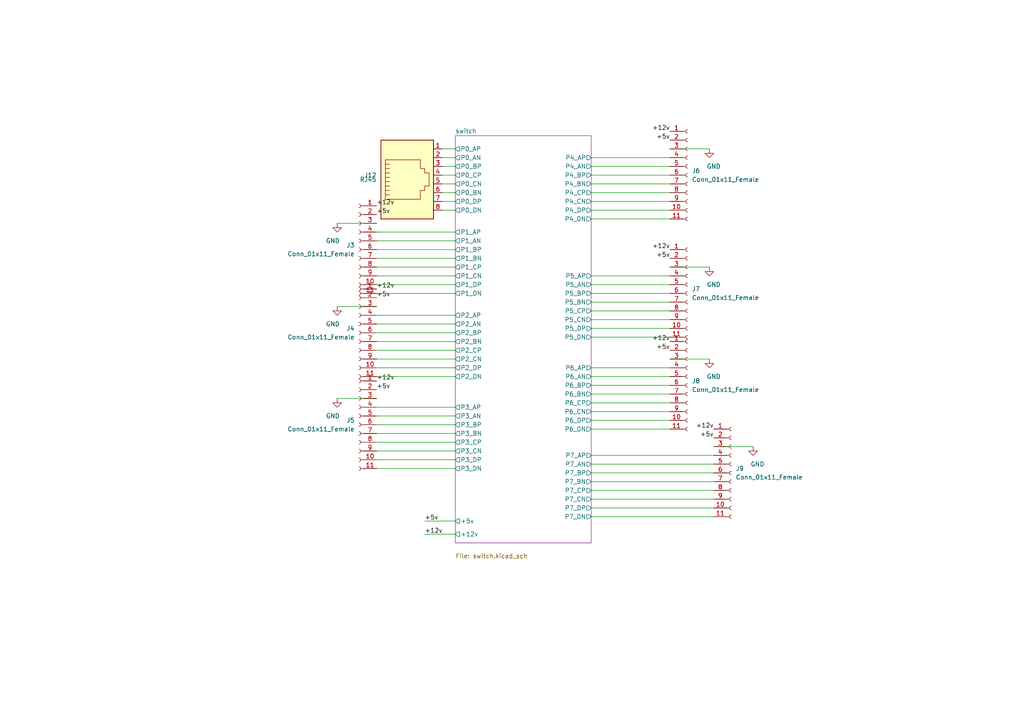
<source format=kicad_sch>
(kicad_sch (version 20201015) (generator eeschema)
  (paper "A4")
  (title_block (title "cm4 cluster") (rev "1") (company "self employed"))
  (lib_symbols
    (symbol "Connector:Conn_01x11_Female" (pin_names (offset 1.016) hide)
      (property "Reference" "J" (at 0 15.24 0))
      (property "Value" "Conn_01x11_Female" (at 0 -15.24 0))
      (symbol "Conn_01x11_Female_1_1"
        (arc (start 0 -12.192) (end 0 -13.208) (radius (at 0 -12.7) (length 0.508) (angles 90.1 -90.1)) (stroke (width 0.1524)))
        (arc (start 0 -9.652) (end 0 -10.668) (radius (at 0 -10.16) (length 0.508) (angles 90.1 -90.1)) (stroke (width 0.1524)))
        (arc (start 0 -7.112) (end 0 -8.128) (radius (at 0 -7.62) (length 0.508) (angles 90.1 -90.1)) (stroke (width 0.1524)))
        (arc (start 0 -4.572) (end 0 -5.588) (radius (at 0 -5.08) (length 0.508) (angles 90.1 -90.1)) (stroke (width 0.1524)))
        (arc (start 0 -2.032) (end 0 -3.048) (radius (at 0 -2.54) (length 0.508) (angles 90.1 -90.1)) (stroke (width 0.1524)))
        (arc (start 0 0.508) (end 0 -0.508) (radius (at 0 0) (length 0.508) (angles 90.1 -90.1)) (stroke (width 0.1524)))
        (arc (start 0 3.048) (end 0 2.032) (radius (at 0 2.54) (length 0.508) (angles 90.1 -90.1)) (stroke (width 0.1524)))
        (arc (start 0 5.588) (end 0 4.572) (radius (at 0 5.08) (length 0.508) (angles 90.1 -90.1)) (stroke (width 0.1524)))
        (arc (start 0 8.128) (end 0 7.112) (radius (at 0 7.62) (length 0.508) (angles 90.1 -90.1)) (stroke (width 0.1524)))
        (arc (start 0 10.668) (end 0 9.652) (radius (at 0 10.16) (length 0.508) (angles 90.1 -90.1)) (stroke (width 0.1524)))
        (arc (start 0 13.208) (end 0 12.192) (radius (at 0 12.7) (length 0.508) (angles 90.1 -90.1)) (stroke (width 0.1524)))
        (polyline (pts (xy -1.27 -12.7) (xy -0.508 -12.7)) (stroke (width 0.1524)))
        (polyline (pts (xy -1.27 -10.16) (xy -0.508 -10.16)) (stroke (width 0.1524)))
        (polyline (pts (xy -1.27 -7.62) (xy -0.508 -7.62)) (stroke (width 0.1524)))
        (polyline (pts (xy -1.27 -5.08) (xy -0.508 -5.08)) (stroke (width 0.1524)))
        (polyline (pts (xy -1.27 -2.54) (xy -0.508 -2.54)) (stroke (width 0.1524)))
        (polyline (pts (xy -1.27 0) (xy -0.508 0)) (stroke (width 0.1524)))
        (polyline (pts (xy -1.27 2.54) (xy -0.508 2.54)) (stroke (width 0.1524)))
        (polyline (pts (xy -1.27 5.08) (xy -0.508 5.08)) (stroke (width 0.1524)))
        (polyline (pts (xy -1.27 7.62) (xy -0.508 7.62)) (stroke (width 0.1524)))
        (polyline (pts (xy -1.27 10.16) (xy -0.508 10.16)) (stroke (width 0.1524)))
        (polyline (pts (xy -1.27 12.7) (xy -0.508 12.7)) (stroke (width 0.1524)))
        (pin passive line (at -5.08 12.7 0) (length 3.81) (name "Pin_1") (number "1"))
        (pin passive line (at -5.08 -10.16 0) (length 3.81) (name "Pin_10") (number "10"))
        (pin passive line (at -5.08 -12.7 0) (length 3.81) (name "Pin_11") (number "11"))
        (pin passive line (at -5.08 10.16 0) (length 3.81) (name "Pin_2") (number "2"))
        (pin passive line (at -5.08 7.62 0) (length 3.81) (name "Pin_3") (number "3"))
        (pin passive line (at -5.08 5.08 0) (length 3.81) (name "Pin_4") (number "4"))
        (pin passive line (at -5.08 2.54 0) (length 3.81) (name "Pin_5") (number "5"))
        (pin passive line (at -5.08 0 0) (length 3.81) (name "Pin_6") (number "6"))
        (pin passive line (at -5.08 -2.54 0) (length 3.81) (name "Pin_7") (number "7"))
        (pin passive line (at -5.08 -5.08 0) (length 3.81) (name "Pin_8") (number "8"))
        (pin passive line (at -5.08 -7.62 0) (length 3.81) (name "Pin_9") (number "9"))
      )
    )
    (symbol "Connector:RJ45" (pin_names (offset 1.016))
      (property "Reference" "J" (at -5.08 13.97 0))
      (property "Value" "RJ45" (at 2.54 13.97 0))
      (symbol "RJ45_0_1"
        (rectangle (start 7.62 12.7) (end -7.62 -10.16) (stroke (width 0.254)) (fill (type background)))
        (polyline (pts (xy -5.08 4.445) (xy -6.35 4.445)))
        (polyline (pts (xy -5.08 5.715) (xy -6.35 5.715)))
        (polyline (pts (xy -6.35 -3.175) (xy -5.08 -3.175) (xy -5.08 -3.175)))
        (polyline (pts (xy -6.35 -1.905) (xy -5.08 -1.905) (xy -5.08 -1.905)))
        (polyline (pts (xy -6.35 -0.635) (xy -5.08 -0.635) (xy -5.08 -0.635)))
        (polyline (pts (xy -6.35 0.635) (xy -5.08 0.635) (xy -5.08 0.635)))
        (polyline (pts (xy -6.35 1.905) (xy -5.08 1.905) (xy -5.08 1.905)))
        (polyline (pts (xy -5.08 3.175) (xy -6.35 3.175) (xy -6.35 3.175)))
        (polyline (pts (xy -6.35 -4.445) (xy -6.35 6.985) (xy 3.81 6.985) (xy 3.81 4.445) (xy 5.08 4.445) (xy 5.08 3.175) (xy 6.35 3.175) (xy 6.35 -0.635) (xy 5.08 -0.635) (xy 5.08 -1.905) (xy 3.81 -1.905) (xy 3.81 -4.445) (xy -6.35 -4.445) (xy -6.35 -4.445)))
      )
      (symbol "RJ45_1_1"
        (pin passive line (at 10.16 -7.62 180) (length 2.54) (name "~") (number "1"))
        (pin passive line (at 10.16 -5.08 180) (length 2.54) (name "~") (number "2"))
        (pin passive line (at 10.16 -2.54 180) (length 2.54) (name "~") (number "3"))
        (pin passive line (at 10.16 0 180) (length 2.54) (name "~") (number "4"))
        (pin passive line (at 10.16 2.54 180) (length 2.54) (name "~") (number "5"))
        (pin passive line (at 10.16 5.08 180) (length 2.54) (name "~") (number "6"))
        (pin passive line (at 10.16 7.62 180) (length 2.54) (name "~") (number "7"))
        (pin passive line (at 10.16 10.16 180) (length 2.54) (name "~") (number "8"))
      )
    )
    (symbol "power:GND" (power) (pin_names (offset 0))
      (property "Value" "GND" (at 0 -3.81 0))
      (symbol "GND_0_1"
        (polyline (pts (xy 0 0) (xy 0 -1.27) (xy 1.27 -1.27) (xy 0 -2.54) (xy -1.27 -1.27) (xy 0 -1.27)))
      )
      (symbol "GND_1_1"
        (pin power_in line (at 0 0 270) (length 0) hide (name "GND") (number "1"))
      )
    )
  )
  (wire (pts (xy 109.22 64.77) (xy 97.79 64.77)))
  (wire (pts (xy 109.22 88.9) (xy 97.79 88.9)))
  (wire (pts (xy 109.22 115.57) (xy 97.79 115.57)))
  (wire (pts (xy 123.19 151.13) (xy 132.08 151.13)))
  (wire (pts (xy 123.19 154.94) (xy 132.08 154.94)))
  (wire (pts (xy 128.27 43.18) (xy 132.08 43.18)))
  (wire (pts (xy 128.27 45.72) (xy 132.08 45.72)))
  (wire (pts (xy 128.27 48.26) (xy 132.08 48.26)))
  (wire (pts (xy 128.27 50.8) (xy 132.08 50.8)))
  (wire (pts (xy 128.27 53.34) (xy 132.08 53.34)))
  (wire (pts (xy 128.27 55.88) (xy 132.08 55.88)))
  (wire (pts (xy 128.27 58.42) (xy 132.08 58.42)))
  (wire (pts (xy 128.27 60.96) (xy 132.08 60.96)))
  (wire (pts (xy 132.08 67.31) (xy 109.22 67.31)))
  (wire (pts (xy 132.08 69.85) (xy 109.22 69.85)))
  (wire (pts (xy 132.08 72.39) (xy 109.22 72.39)))
  (wire (pts (xy 132.08 74.93) (xy 109.22 74.93)))
  (wire (pts (xy 132.08 77.47) (xy 109.22 77.47)))
  (wire (pts (xy 132.08 80.01) (xy 109.22 80.01)))
  (wire (pts (xy 132.08 82.55) (xy 109.22 82.55)))
  (wire (pts (xy 132.08 85.09) (xy 109.22 85.09)))
  (wire (pts (xy 132.08 91.44) (xy 109.22 91.44)))
  (wire (pts (xy 132.08 93.98) (xy 109.22 93.98)))
  (wire (pts (xy 132.08 96.52) (xy 109.22 96.52)))
  (wire (pts (xy 132.08 99.06) (xy 109.22 99.06)))
  (wire (pts (xy 132.08 101.6) (xy 109.22 101.6)))
  (wire (pts (xy 132.08 104.14) (xy 109.22 104.14)))
  (wire (pts (xy 132.08 106.68) (xy 109.22 106.68)))
  (wire (pts (xy 132.08 109.22) (xy 109.22 109.22)))
  (wire (pts (xy 132.08 118.11) (xy 109.22 118.11)))
  (wire (pts (xy 132.08 120.65) (xy 109.22 120.65)))
  (wire (pts (xy 132.08 123.19) (xy 109.22 123.19)))
  (wire (pts (xy 132.08 125.73) (xy 109.22 125.73)))
  (wire (pts (xy 132.08 128.27) (xy 109.22 128.27)))
  (wire (pts (xy 132.08 130.81) (xy 109.22 130.81)))
  (wire (pts (xy 132.08 133.35) (xy 109.22 133.35)))
  (wire (pts (xy 132.08 135.89) (xy 109.22 135.89)))
  (wire (pts (xy 171.45 45.72) (xy 194.31 45.72)))
  (wire (pts (xy 171.45 48.26) (xy 194.31 48.26)))
  (wire (pts (xy 171.45 50.8) (xy 194.31 50.8)))
  (wire (pts (xy 171.45 53.34) (xy 194.31 53.34)))
  (wire (pts (xy 171.45 55.88) (xy 194.31 55.88)))
  (wire (pts (xy 171.45 58.42) (xy 194.31 58.42)))
  (wire (pts (xy 171.45 60.96) (xy 194.31 60.96)))
  (wire (pts (xy 171.45 63.5) (xy 194.31 63.5)))
  (wire (pts (xy 171.45 80.01) (xy 194.31 80.01)))
  (wire (pts (xy 171.45 82.55) (xy 194.31 82.55)))
  (wire (pts (xy 171.45 85.09) (xy 194.31 85.09)))
  (wire (pts (xy 171.45 87.63) (xy 194.31 87.63)))
  (wire (pts (xy 171.45 90.17) (xy 194.31 90.17)))
  (wire (pts (xy 171.45 92.71) (xy 194.31 92.71)))
  (wire (pts (xy 171.45 95.25) (xy 194.31 95.25)))
  (wire (pts (xy 171.45 97.79) (xy 194.31 97.79)))
  (wire (pts (xy 171.45 106.68) (xy 194.31 106.68)))
  (wire (pts (xy 171.45 109.22) (xy 194.31 109.22)))
  (wire (pts (xy 171.45 111.76) (xy 194.31 111.76)))
  (wire (pts (xy 171.45 114.3) (xy 194.31 114.3)))
  (wire (pts (xy 171.45 116.84) (xy 194.31 116.84)))
  (wire (pts (xy 171.45 119.38) (xy 194.31 119.38)))
  (wire (pts (xy 171.45 121.92) (xy 194.31 121.92)))
  (wire (pts (xy 171.45 124.46) (xy 194.31 124.46)))
  (wire (pts (xy 171.45 132.08) (xy 207.01 132.08)))
  (wire (pts (xy 171.45 134.62) (xy 207.01 134.62)))
  (wire (pts (xy 171.45 137.16) (xy 207.01 137.16)))
  (wire (pts (xy 171.45 139.7) (xy 207.01 139.7)))
  (wire (pts (xy 171.45 142.24) (xy 207.01 142.24)))
  (wire (pts (xy 171.45 144.78) (xy 207.01 144.78)))
  (wire (pts (xy 171.45 147.32) (xy 207.01 147.32)))
  (wire (pts (xy 171.45 149.86) (xy 207.01 149.86)))
  (wire (pts (xy 194.31 43.18) (xy 205.74 43.18)))
  (wire (pts (xy 194.31 77.47) (xy 205.74 77.47)))
  (wire (pts (xy 194.31 104.14) (xy 205.74 104.14)))
  (wire (pts (xy 207.01 129.54) (xy 218.44 129.54)))
  (label "+12v" (at 109.22 59.69 0))
  (label "+5v" (at 109.22 62.23 0))
  (label "+12v" (at 109.22 83.82 0))
  (label "+5v" (at 109.22 86.36 0))
  (label "+12v" (at 109.22 110.49 0))
  (label "+5v" (at 109.22 113.03 0))
  (label "+5v" (at 123.19 151.13 0))
  (label "+12v" (at 123.19 154.94 0))
  (label "+12v" (at 194.31 38.1 180))
  (label "+5v" (at 194.31 40.64 180))
  (label "+12v" (at 194.31 72.39 180))
  (label "+5v" (at 194.31 74.93 180))
  (label "+12v" (at 194.31 99.06 180))
  (label "+5v" (at 194.31 101.6 180))
  (label "+12v" (at 207.01 124.46 180))
  (label "+5v" (at 207.01 127 180))
  (symbol (lib_id "power:GND") (at 97.79 64.77 0) (mirror y) (unit 1)
    (property "Reference" "#PWR0103" (effects hide))
    (property "Value" "GND" (at 96.52 69.85 0))
  )
  (symbol (lib_id "power:GND") (at 97.79 88.9 0) (mirror y) (unit 1)
    (property "Reference" "#PWR0102" (effects hide))
    (property "Value" "GND" (at 96.52 93.98 0))
  )
  (symbol (lib_id "power:GND") (at 97.79 115.57 0) (mirror y) (unit 1)
    (property "Reference" "#PWR0101" (effects hide))
    (property "Value" "GND" (at 96.52 120.65 0))
  )
  (symbol (lib_id "power:GND") (at 205.74 43.18 0) (unit 1)
    (property "Reference" "#PWR0104" (effects hide))
    (property "Value" "GND" (at 207.01 48.26 0))
  )
  (symbol (lib_id "power:GND") (at 205.74 77.47 0) (unit 1)
    (property "Reference" "#PWR0105" (effects hide))
    (property "Value" "GND" (at 207.01 82.55 0))
  )
  (symbol (lib_id "power:GND") (at 205.74 104.14 0) (unit 1)
    (property "Reference" "#PWR0106" (effects hide))
    (property "Value" "GND" (at 207.01 109.22 0))
  )
  (symbol (lib_id "power:GND") (at 218.44 129.54 0) (unit 1)
    (property "Reference" "#PWR0107" (effects hide))
    (property "Value" "GND" (at 219.71 134.62 0))
  )
  (symbol (lib_id "Connector:Conn_01x11_Female") (at 104.14 72.39 0) (mirror y) (unit 1)
    (property "Reference" "J3" (at 102.87 71.12 0) (effects (justify left)))
    (property "Value" "Conn_01x11_Female" (at 102.87 73.66 0) (effects (justify left)))
    (property "Footprint" "Connector_PinSocket_2.54mm:PinSocket_2x06_P2.54mm_Vertical" (effects hide))
  )
  (symbol (lib_id "Connector:Conn_01x11_Female") (at 104.14 96.52 0) (mirror y) (unit 1)
    (property "Reference" "J4" (at 102.87 95.25 0) (effects (justify left)))
    (property "Value" "Conn_01x11_Female" (at 102.87 97.79 0) (effects (justify left)))
    (property "Footprint" "Connector_PinSocket_2.54mm:PinSocket_2x06_P2.54mm_Vertical" (effects hide))
  )
  (symbol (lib_id "Connector:Conn_01x11_Female") (at 104.14 123.19 0) (mirror y) (unit 1)
    (property "Reference" "J5" (at 102.87 121.92 0) (effects (justify left)))
    (property "Value" "Conn_01x11_Female" (at 102.87 124.46 0) (effects (justify left)))
    (property "Footprint" "Connector_PinSocket_2.54mm:PinSocket_2x06_P2.54mm_Vertical" (effects hide))
  )
  (symbol (lib_id "Connector:Conn_01x11_Female") (at 199.39 50.8 0) (unit 1)
    (property "Reference" "J6" (at 200.66 49.53 0) (effects (justify left)))
    (property "Value" "Conn_01x11_Female" (at 200.66 52.07 0) (effects (justify left)))
    (property "Footprint" "Connector_PinSocket_2.54mm:PinSocket_2x06_P2.54mm_Vertical" (effects hide))
  )
  (symbol (lib_id "Connector:Conn_01x11_Female") (at 199.39 85.09 0) (unit 1)
    (property "Reference" "J7" (at 200.66 83.82 0) (effects (justify left)))
    (property "Value" "Conn_01x11_Female" (at 200.66 86.36 0) (effects (justify left)))
    (property "Footprint" "Connector_PinSocket_2.54mm:PinSocket_2x06_P2.54mm_Vertical" (effects hide))
  )
  (symbol (lib_id "Connector:Conn_01x11_Female") (at 199.39 111.76 0) (unit 1)
    (property "Reference" "J8" (at 200.66 110.49 0) (effects (justify left)))
    (property "Value" "Conn_01x11_Female" (at 200.66 113.03 0) (effects (justify left)))
    (property "Footprint" "Connector_PinSocket_2.54mm:PinSocket_2x06_P2.54mm_Vertical" (effects hide))
  )
  (symbol (lib_id "Connector:Conn_01x11_Female") (at 212.09 137.16 0) (unit 1)
    (property "Reference" "J9" (at 213.36 135.89 0) (effects (justify left)))
    (property "Value" "Conn_01x11_Female" (at 213.36 138.43 0) (effects (justify left)))
    (property "Footprint" "Connector_PinSocket_2.54mm:PinSocket_2x06_P2.54mm_Vertical" (effects hide))
  )
  (symbol (lib_id "Connector:RJ45") (at 118.11 50.8 0) (mirror x) (unit 1)
    (property "Reference" "J12" (at 109.22 50.8 0) (effects (justify right)))
    (property "Value" "RJ45" (at 109.22 52.07 0) (effects (justify right)))
    (property "Footprint" "Connector_RJ:RJ45_Amphenol_54602-x08_Horizontal" (effects hide))
  )
  (sheet (at 132.08 39.37) (size 39.37 118.11) (stroke (width 0.001) (color 132 0 132 1)) (fill (color 255 255 255 0.0000))
    (property "Sheet name" "switch" (at 132.08 38.7341 0) (effects (justify left bottom)))
    (property "Sheet file" "switch.kicad_sch" (at 132.08 160.529 0) (effects (justify left top)))
    (pin "P4_BN" output (at 171.45 53.34 0))
    (pin "P4_AP" output (at 171.45 45.72 0))
    (pin "P4_AN" output (at 171.45 48.26 0))
    (pin "P4_BP" output (at 171.45 50.8 0))
    (pin "P4_CP" output (at 171.45 55.88 0))
    (pin "P4_CN" output (at 171.45 58.42 0))
    (pin "P4_DP" output (at 171.45 60.96 0))
    (pin "P2_CP" output (at 132.08 101.6 180))
    (pin "P2_CN" output (at 132.08 104.14 180))
    (pin "P2_DP" output (at 132.08 106.68 180))
    (pin "P2_DN" output (at 132.08 109.22 180))
    (pin "P3_AN" output (at 132.08 120.65 180))
    (pin "P3_BP" output (at 132.08 123.19 180))
    (pin "P3_BN" output (at 132.08 125.73 180))
    (pin "P3_CP" output (at 132.08 128.27 180))
    (pin "P3_CN" output (at 132.08 130.81 180))
    (pin "P3_DP" output (at 132.08 133.35 180))
    (pin "P3_AP" output (at 132.08 118.11 180))
    (pin "P3_DN" output (at 132.08 135.89 180))
    (pin "+5v" output (at 132.08 151.13 180))
    (pin "+12v" output (at 132.08 154.94 180))
    (pin "P6_CP" output (at 171.45 116.84 0))
    (pin "P6_CN" output (at 171.45 119.38 0))
    (pin "P5_CP" output (at 171.45 90.17 0))
    (pin "P5_BN" output (at 171.45 87.63 0))
    (pin "P5_CN" output (at 171.45 92.71 0))
    (pin "P5_DP" output (at 171.45 95.25 0))
    (pin "P5_DN" output (at 171.45 97.79 0))
    (pin "P6_AP" output (at 171.45 106.68 0))
    (pin "P6_AN" output (at 171.45 109.22 0))
    (pin "P6_BP" output (at 171.45 111.76 0))
    (pin "P6_BN" output (at 171.45 114.3 0))
    (pin "P4_DN" output (at 171.45 63.5 0))
    (pin "P5_AP" output (at 171.45 80.01 0))
    (pin "P5_AN" output (at 171.45 82.55 0))
    (pin "P5_BP" output (at 171.45 85.09 0))
    (pin "P7_AP" output (at 171.45 132.08 0))
    (pin "P7_AN" output (at 171.45 134.62 0))
    (pin "P6_DP" output (at 171.45 121.92 0))
    (pin "P6_DN" output (at 171.45 124.46 0))
    (pin "P7_CP" output (at 171.45 142.24 0))
    (pin "P7_CN" output (at 171.45 144.78 0))
    (pin "P7_BP" output (at 171.45 137.16 0))
    (pin "P7_BN" output (at 171.45 139.7 0))
    (pin "P1_CP" output (at 132.08 77.47 180))
    (pin "P2_BN" output (at 132.08 99.06 180))
    (pin "P7_DP" output (at 171.45 147.32 0))
    (pin "P7_DN" output (at 171.45 149.86 0))
    (pin "P1_AN" output (at 132.08 69.85 180))
    (pin "P1_BP" output (at 132.08 72.39 180))
    (pin "P1_BN" output (at 132.08 74.93 180))
    (pin "P1_CN" output (at 132.08 80.01 180))
    (pin "P1_DP" output (at 132.08 82.55 180))
    (pin "P1_DN" output (at 132.08 85.09 180))
    (pin "P2_AP" output (at 132.08 91.44 180))
    (pin "P2_AN" output (at 132.08 93.98 180))
    (pin "P2_BP" output (at 132.08 96.52 180))
    (pin "P0_DP" output (at 132.08 58.42 180))
    (pin "P0_DN" output (at 132.08 60.96 180))
    (pin "P1_AP" output (at 132.08 67.31 180))
    (pin "P0_AP" output (at 132.08 43.18 180))
    (pin "P0_AN" output (at 132.08 45.72 180))
    (pin "P0_CP" output (at 132.08 50.8 180))
    (pin "P0_CN" output (at 132.08 53.34 180))
    (pin "P0_BP" output (at 132.08 48.26 180))
    (pin "P0_BN" output (at 132.08 55.88 180))
  )
)
</source>
